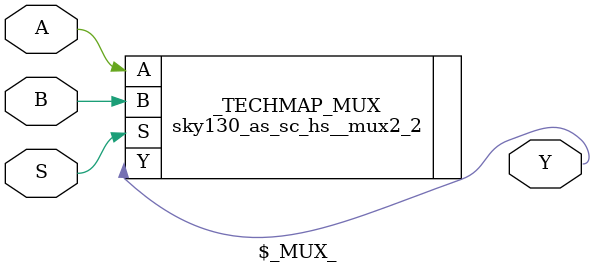
<source format=v>
module \$_MUX_ (
    output Y,
    input A,
    input B,
    input S
    );
  sky130_as_sc_hs__mux2_2 _TECHMAP_MUX (
      .Y(Y),
      .A(A),
      .B(B),
      .S(S)
  );
endmodule

</source>
